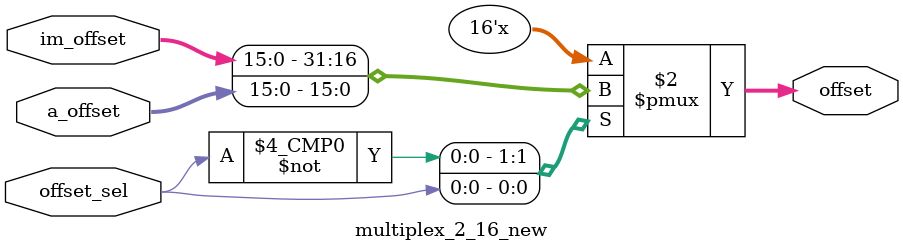
<source format=v>
module multiplex_2_16_new (input [15:0] im_offset, input [15:0] a_offset, input offset_sel, output reg [15:0] offset);

always @(im_offset, a_offset, offset_sel, offset) begin
case (offset_sel)
0:
offset = im_offset;
1:
offset = a_offset;
endcase
end

endmodule

</source>
